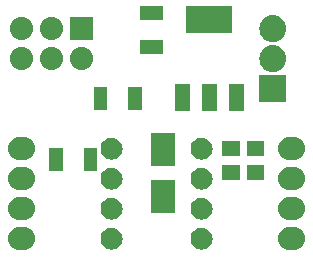
<source format=gbs>
G04 #@! TF.FileFunction,Soldermask,Bot*
%FSLAX46Y46*%
G04 Gerber Fmt 4.6, Leading zero omitted, Abs format (unit mm)*
G04 Created by KiCad (PCBNEW 4.0.1-stable) date 20.1.2016 23.10.08*
%MOMM*%
G01*
G04 APERTURE LIST*
%ADD10C,0.100000*%
G04 APERTURE END LIST*
D10*
G36*
X165269183Y-115849478D02*
X165269192Y-115849479D01*
X165271761Y-115849497D01*
X165463887Y-115871047D01*
X165648169Y-115929505D01*
X165817586Y-116022643D01*
X165965687Y-116146913D01*
X166086829Y-116297584D01*
X166176398Y-116468915D01*
X166230984Y-116654380D01*
X166230987Y-116654417D01*
X166230992Y-116654433D01*
X166248509Y-116846915D01*
X166228307Y-117039127D01*
X166228302Y-117039145D01*
X166228297Y-117039188D01*
X166171128Y-117223873D01*
X166079175Y-117393936D01*
X165955941Y-117542901D01*
X165806120Y-117665092D01*
X165635418Y-117755855D01*
X165450339Y-117811734D01*
X165257930Y-117830600D01*
X164941920Y-117830600D01*
X164930817Y-117830522D01*
X164930808Y-117830521D01*
X164928239Y-117830503D01*
X164736113Y-117808953D01*
X164551831Y-117750495D01*
X164382414Y-117657357D01*
X164234313Y-117533087D01*
X164113171Y-117382416D01*
X164023602Y-117211085D01*
X163969016Y-117025620D01*
X163969013Y-117025583D01*
X163969008Y-117025567D01*
X163951491Y-116833084D01*
X163971693Y-116640873D01*
X163971698Y-116640855D01*
X163971703Y-116640812D01*
X164028872Y-116456127D01*
X164120825Y-116286064D01*
X164244059Y-116137099D01*
X164393880Y-116014908D01*
X164564582Y-115924145D01*
X164749661Y-115868266D01*
X164942070Y-115849400D01*
X165258080Y-115849400D01*
X165269183Y-115849478D01*
X165269183Y-115849478D01*
G37*
G36*
X188129183Y-115849478D02*
X188129192Y-115849479D01*
X188131761Y-115849497D01*
X188323887Y-115871047D01*
X188508169Y-115929505D01*
X188677586Y-116022643D01*
X188825687Y-116146913D01*
X188946829Y-116297584D01*
X189036398Y-116468915D01*
X189090984Y-116654380D01*
X189090987Y-116654417D01*
X189090992Y-116654433D01*
X189108509Y-116846915D01*
X189088307Y-117039127D01*
X189088302Y-117039145D01*
X189088297Y-117039188D01*
X189031128Y-117223873D01*
X188939175Y-117393936D01*
X188815941Y-117542901D01*
X188666120Y-117665092D01*
X188495418Y-117755855D01*
X188310339Y-117811734D01*
X188117930Y-117830600D01*
X187801920Y-117830600D01*
X187790817Y-117830522D01*
X187790808Y-117830521D01*
X187788239Y-117830503D01*
X187596113Y-117808953D01*
X187411831Y-117750495D01*
X187242414Y-117657357D01*
X187094313Y-117533087D01*
X186973171Y-117382416D01*
X186883602Y-117211085D01*
X186829016Y-117025620D01*
X186829013Y-117025583D01*
X186829008Y-117025567D01*
X186811491Y-116833084D01*
X186831693Y-116640873D01*
X186831698Y-116640855D01*
X186831703Y-116640812D01*
X186888872Y-116456127D01*
X186980825Y-116286064D01*
X187104059Y-116137099D01*
X187253880Y-116014908D01*
X187424582Y-115924145D01*
X187609661Y-115868266D01*
X187802070Y-115849400D01*
X188118080Y-115849400D01*
X188129183Y-115849478D01*
X188129183Y-115849478D01*
G37*
G36*
X180354850Y-115913072D02*
X180354851Y-115913072D01*
X180357428Y-115913090D01*
X180537219Y-115933257D01*
X180709669Y-115987962D01*
X180868209Y-116075120D01*
X181006801Y-116191412D01*
X181120166Y-116332409D01*
X181203984Y-116492740D01*
X181255065Y-116666298D01*
X181255068Y-116666330D01*
X181255074Y-116666351D01*
X181271466Y-116846472D01*
X181252561Y-117026338D01*
X181252556Y-117026356D01*
X181252551Y-117026399D01*
X181199052Y-117199227D01*
X181113003Y-117358372D01*
X180997681Y-117497772D01*
X180857479Y-117612118D01*
X180697737Y-117697054D01*
X180524540Y-117749345D01*
X180344485Y-117767000D01*
X180335367Y-117767000D01*
X180325150Y-117766928D01*
X180325149Y-117766928D01*
X180322572Y-117766910D01*
X180142781Y-117746743D01*
X179970331Y-117692038D01*
X179811791Y-117604880D01*
X179673199Y-117488588D01*
X179559834Y-117347591D01*
X179476016Y-117187260D01*
X179424935Y-117013702D01*
X179424932Y-117013670D01*
X179424926Y-117013649D01*
X179408534Y-116833528D01*
X179427439Y-116653662D01*
X179427444Y-116653644D01*
X179427449Y-116653601D01*
X179480948Y-116480773D01*
X179566997Y-116321628D01*
X179682319Y-116182228D01*
X179822521Y-116067882D01*
X179982263Y-115982946D01*
X180155460Y-115930655D01*
X180335515Y-115913000D01*
X180344633Y-115913000D01*
X180354850Y-115913072D01*
X180354850Y-115913072D01*
G37*
G36*
X172734850Y-115913072D02*
X172734851Y-115913072D01*
X172737428Y-115913090D01*
X172917219Y-115933257D01*
X173089669Y-115987962D01*
X173248209Y-116075120D01*
X173386801Y-116191412D01*
X173500166Y-116332409D01*
X173583984Y-116492740D01*
X173635065Y-116666298D01*
X173635068Y-116666330D01*
X173635074Y-116666351D01*
X173651466Y-116846472D01*
X173632561Y-117026338D01*
X173632556Y-117026356D01*
X173632551Y-117026399D01*
X173579052Y-117199227D01*
X173493003Y-117358372D01*
X173377681Y-117497772D01*
X173237479Y-117612118D01*
X173077737Y-117697054D01*
X172904540Y-117749345D01*
X172724485Y-117767000D01*
X172715367Y-117767000D01*
X172705150Y-117766928D01*
X172705149Y-117766928D01*
X172702572Y-117766910D01*
X172522781Y-117746743D01*
X172350331Y-117692038D01*
X172191791Y-117604880D01*
X172053199Y-117488588D01*
X171939834Y-117347591D01*
X171856016Y-117187260D01*
X171804935Y-117013702D01*
X171804932Y-117013670D01*
X171804926Y-117013649D01*
X171788534Y-116833528D01*
X171807439Y-116653662D01*
X171807444Y-116653644D01*
X171807449Y-116653601D01*
X171860948Y-116480773D01*
X171946997Y-116321628D01*
X172062319Y-116182228D01*
X172202521Y-116067882D01*
X172362263Y-115982946D01*
X172535460Y-115930655D01*
X172715515Y-115913000D01*
X172724633Y-115913000D01*
X172734850Y-115913072D01*
X172734850Y-115913072D01*
G37*
G36*
X188129183Y-113309478D02*
X188129192Y-113309479D01*
X188131761Y-113309497D01*
X188323887Y-113331047D01*
X188508169Y-113389505D01*
X188677586Y-113482643D01*
X188825687Y-113606913D01*
X188946829Y-113757584D01*
X189036398Y-113928915D01*
X189090984Y-114114380D01*
X189090987Y-114114417D01*
X189090992Y-114114433D01*
X189108509Y-114306915D01*
X189088307Y-114499127D01*
X189088302Y-114499145D01*
X189088297Y-114499188D01*
X189031128Y-114683873D01*
X188939175Y-114853936D01*
X188815941Y-115002901D01*
X188666120Y-115125092D01*
X188495418Y-115215855D01*
X188310339Y-115271734D01*
X188117930Y-115290600D01*
X187801920Y-115290600D01*
X187790817Y-115290522D01*
X187790808Y-115290521D01*
X187788239Y-115290503D01*
X187596113Y-115268953D01*
X187411831Y-115210495D01*
X187242414Y-115117357D01*
X187094313Y-114993087D01*
X186973171Y-114842416D01*
X186883602Y-114671085D01*
X186829016Y-114485620D01*
X186829013Y-114485583D01*
X186829008Y-114485567D01*
X186811491Y-114293084D01*
X186831693Y-114100873D01*
X186831698Y-114100855D01*
X186831703Y-114100812D01*
X186888872Y-113916127D01*
X186980825Y-113746064D01*
X187104059Y-113597099D01*
X187253880Y-113474908D01*
X187424582Y-113384145D01*
X187609661Y-113328266D01*
X187802070Y-113309400D01*
X188118080Y-113309400D01*
X188129183Y-113309478D01*
X188129183Y-113309478D01*
G37*
G36*
X165269183Y-113309478D02*
X165269192Y-113309479D01*
X165271761Y-113309497D01*
X165463887Y-113331047D01*
X165648169Y-113389505D01*
X165817586Y-113482643D01*
X165965687Y-113606913D01*
X166086829Y-113757584D01*
X166176398Y-113928915D01*
X166230984Y-114114380D01*
X166230987Y-114114417D01*
X166230992Y-114114433D01*
X166248509Y-114306915D01*
X166228307Y-114499127D01*
X166228302Y-114499145D01*
X166228297Y-114499188D01*
X166171128Y-114683873D01*
X166079175Y-114853936D01*
X165955941Y-115002901D01*
X165806120Y-115125092D01*
X165635418Y-115215855D01*
X165450339Y-115271734D01*
X165257930Y-115290600D01*
X164941920Y-115290600D01*
X164930817Y-115290522D01*
X164930808Y-115290521D01*
X164928239Y-115290503D01*
X164736113Y-115268953D01*
X164551831Y-115210495D01*
X164382414Y-115117357D01*
X164234313Y-114993087D01*
X164113171Y-114842416D01*
X164023602Y-114671085D01*
X163969016Y-114485620D01*
X163969013Y-114485583D01*
X163969008Y-114485567D01*
X163951491Y-114293084D01*
X163971693Y-114100873D01*
X163971698Y-114100855D01*
X163971703Y-114100812D01*
X164028872Y-113916127D01*
X164120825Y-113746064D01*
X164244059Y-113597099D01*
X164393880Y-113474908D01*
X164564582Y-113384145D01*
X164749661Y-113328266D01*
X164942070Y-113309400D01*
X165258080Y-113309400D01*
X165269183Y-113309478D01*
X165269183Y-113309478D01*
G37*
G36*
X180354850Y-113373072D02*
X180354851Y-113373072D01*
X180357428Y-113373090D01*
X180537219Y-113393257D01*
X180709669Y-113447962D01*
X180868209Y-113535120D01*
X181006801Y-113651412D01*
X181120166Y-113792409D01*
X181203984Y-113952740D01*
X181255065Y-114126298D01*
X181255068Y-114126330D01*
X181255074Y-114126351D01*
X181271466Y-114306472D01*
X181252561Y-114486338D01*
X181252556Y-114486356D01*
X181252551Y-114486399D01*
X181199052Y-114659227D01*
X181113003Y-114818372D01*
X180997681Y-114957772D01*
X180857479Y-115072118D01*
X180697737Y-115157054D01*
X180524540Y-115209345D01*
X180344485Y-115227000D01*
X180335367Y-115227000D01*
X180325150Y-115226928D01*
X180325149Y-115226928D01*
X180322572Y-115226910D01*
X180142781Y-115206743D01*
X179970331Y-115152038D01*
X179811791Y-115064880D01*
X179673199Y-114948588D01*
X179559834Y-114807591D01*
X179476016Y-114647260D01*
X179424935Y-114473702D01*
X179424932Y-114473670D01*
X179424926Y-114473649D01*
X179408534Y-114293528D01*
X179427439Y-114113662D01*
X179427444Y-114113644D01*
X179427449Y-114113601D01*
X179480948Y-113940773D01*
X179566997Y-113781628D01*
X179682319Y-113642228D01*
X179822521Y-113527882D01*
X179982263Y-113442946D01*
X180155460Y-113390655D01*
X180335515Y-113373000D01*
X180344633Y-113373000D01*
X180354850Y-113373072D01*
X180354850Y-113373072D01*
G37*
G36*
X172734850Y-113373072D02*
X172734851Y-113373072D01*
X172737428Y-113373090D01*
X172917219Y-113393257D01*
X173089669Y-113447962D01*
X173248209Y-113535120D01*
X173386801Y-113651412D01*
X173500166Y-113792409D01*
X173583984Y-113952740D01*
X173635065Y-114126298D01*
X173635068Y-114126330D01*
X173635074Y-114126351D01*
X173651466Y-114306472D01*
X173632561Y-114486338D01*
X173632556Y-114486356D01*
X173632551Y-114486399D01*
X173579052Y-114659227D01*
X173493003Y-114818372D01*
X173377681Y-114957772D01*
X173237479Y-115072118D01*
X173077737Y-115157054D01*
X172904540Y-115209345D01*
X172724485Y-115227000D01*
X172715367Y-115227000D01*
X172705150Y-115226928D01*
X172705149Y-115226928D01*
X172702572Y-115226910D01*
X172522781Y-115206743D01*
X172350331Y-115152038D01*
X172191791Y-115064880D01*
X172053199Y-114948588D01*
X171939834Y-114807591D01*
X171856016Y-114647260D01*
X171804935Y-114473702D01*
X171804932Y-114473670D01*
X171804926Y-114473649D01*
X171788534Y-114293528D01*
X171807439Y-114113662D01*
X171807444Y-114113644D01*
X171807449Y-114113601D01*
X171860948Y-113940773D01*
X171946997Y-113781628D01*
X172062319Y-113642228D01*
X172202521Y-113527882D01*
X172362263Y-113442946D01*
X172535460Y-113390655D01*
X172715515Y-113373000D01*
X172724633Y-113373000D01*
X172734850Y-113373072D01*
X172734850Y-113373072D01*
G37*
G36*
X178078130Y-114665760D02*
X176023270Y-114665760D01*
X176023270Y-111912400D01*
X178078130Y-111912400D01*
X178078130Y-114665760D01*
X178078130Y-114665760D01*
G37*
G36*
X188129183Y-110769478D02*
X188129192Y-110769479D01*
X188131761Y-110769497D01*
X188323887Y-110791047D01*
X188508169Y-110849505D01*
X188677586Y-110942643D01*
X188825687Y-111066913D01*
X188946829Y-111217584D01*
X189036398Y-111388915D01*
X189090984Y-111574380D01*
X189090987Y-111574417D01*
X189090992Y-111574433D01*
X189108509Y-111766915D01*
X189088307Y-111959127D01*
X189088302Y-111959145D01*
X189088297Y-111959188D01*
X189031128Y-112143873D01*
X188939175Y-112313936D01*
X188815941Y-112462901D01*
X188666120Y-112585092D01*
X188495418Y-112675855D01*
X188310339Y-112731734D01*
X188117930Y-112750600D01*
X187801920Y-112750600D01*
X187790817Y-112750522D01*
X187790808Y-112750521D01*
X187788239Y-112750503D01*
X187596113Y-112728953D01*
X187411831Y-112670495D01*
X187242414Y-112577357D01*
X187094313Y-112453087D01*
X186973171Y-112302416D01*
X186883602Y-112131085D01*
X186829016Y-111945620D01*
X186829013Y-111945583D01*
X186829008Y-111945567D01*
X186811491Y-111753084D01*
X186831693Y-111560873D01*
X186831698Y-111560855D01*
X186831703Y-111560812D01*
X186888872Y-111376127D01*
X186980825Y-111206064D01*
X187104059Y-111057099D01*
X187253880Y-110934908D01*
X187424582Y-110844145D01*
X187609661Y-110788266D01*
X187802070Y-110769400D01*
X188118080Y-110769400D01*
X188129183Y-110769478D01*
X188129183Y-110769478D01*
G37*
G36*
X165269183Y-110769478D02*
X165269192Y-110769479D01*
X165271761Y-110769497D01*
X165463887Y-110791047D01*
X165648169Y-110849505D01*
X165817586Y-110942643D01*
X165965687Y-111066913D01*
X166086829Y-111217584D01*
X166176398Y-111388915D01*
X166230984Y-111574380D01*
X166230987Y-111574417D01*
X166230992Y-111574433D01*
X166248509Y-111766915D01*
X166228307Y-111959127D01*
X166228302Y-111959145D01*
X166228297Y-111959188D01*
X166171128Y-112143873D01*
X166079175Y-112313936D01*
X165955941Y-112462901D01*
X165806120Y-112585092D01*
X165635418Y-112675855D01*
X165450339Y-112731734D01*
X165257930Y-112750600D01*
X164941920Y-112750600D01*
X164930817Y-112750522D01*
X164930808Y-112750521D01*
X164928239Y-112750503D01*
X164736113Y-112728953D01*
X164551831Y-112670495D01*
X164382414Y-112577357D01*
X164234313Y-112453087D01*
X164113171Y-112302416D01*
X164023602Y-112131085D01*
X163969016Y-111945620D01*
X163969013Y-111945583D01*
X163969008Y-111945567D01*
X163951491Y-111753084D01*
X163971693Y-111560873D01*
X163971698Y-111560855D01*
X163971703Y-111560812D01*
X164028872Y-111376127D01*
X164120825Y-111206064D01*
X164244059Y-111057099D01*
X164393880Y-110934908D01*
X164564582Y-110844145D01*
X164749661Y-110788266D01*
X164942070Y-110769400D01*
X165258080Y-110769400D01*
X165269183Y-110769478D01*
X165269183Y-110769478D01*
G37*
G36*
X180354850Y-110833072D02*
X180354851Y-110833072D01*
X180357428Y-110833090D01*
X180537219Y-110853257D01*
X180709669Y-110907962D01*
X180868209Y-110995120D01*
X181006801Y-111111412D01*
X181120166Y-111252409D01*
X181203984Y-111412740D01*
X181255065Y-111586298D01*
X181255068Y-111586330D01*
X181255074Y-111586351D01*
X181271466Y-111766472D01*
X181252561Y-111946338D01*
X181252556Y-111946356D01*
X181252551Y-111946399D01*
X181199052Y-112119227D01*
X181113003Y-112278372D01*
X180997681Y-112417772D01*
X180857479Y-112532118D01*
X180697737Y-112617054D01*
X180524540Y-112669345D01*
X180344485Y-112687000D01*
X180335367Y-112687000D01*
X180325150Y-112686928D01*
X180325149Y-112686928D01*
X180322572Y-112686910D01*
X180142781Y-112666743D01*
X179970331Y-112612038D01*
X179811791Y-112524880D01*
X179673199Y-112408588D01*
X179559834Y-112267591D01*
X179476016Y-112107260D01*
X179424935Y-111933702D01*
X179424932Y-111933670D01*
X179424926Y-111933649D01*
X179408534Y-111753528D01*
X179427439Y-111573662D01*
X179427444Y-111573644D01*
X179427449Y-111573601D01*
X179480948Y-111400773D01*
X179566997Y-111241628D01*
X179682319Y-111102228D01*
X179822521Y-110987882D01*
X179982263Y-110902946D01*
X180155460Y-110850655D01*
X180335515Y-110833000D01*
X180344633Y-110833000D01*
X180354850Y-110833072D01*
X180354850Y-110833072D01*
G37*
G36*
X172734850Y-110833072D02*
X172734851Y-110833072D01*
X172737428Y-110833090D01*
X172917219Y-110853257D01*
X173089669Y-110907962D01*
X173248209Y-110995120D01*
X173386801Y-111111412D01*
X173500166Y-111252409D01*
X173583984Y-111412740D01*
X173635065Y-111586298D01*
X173635068Y-111586330D01*
X173635074Y-111586351D01*
X173651466Y-111766472D01*
X173632561Y-111946338D01*
X173632556Y-111946356D01*
X173632551Y-111946399D01*
X173579052Y-112119227D01*
X173493003Y-112278372D01*
X173377681Y-112417772D01*
X173237479Y-112532118D01*
X173077737Y-112617054D01*
X172904540Y-112669345D01*
X172724485Y-112687000D01*
X172715367Y-112687000D01*
X172705150Y-112686928D01*
X172705149Y-112686928D01*
X172702572Y-112686910D01*
X172522781Y-112666743D01*
X172350331Y-112612038D01*
X172191791Y-112524880D01*
X172053199Y-112408588D01*
X171939834Y-112267591D01*
X171856016Y-112107260D01*
X171804935Y-111933702D01*
X171804932Y-111933670D01*
X171804926Y-111933649D01*
X171788534Y-111753528D01*
X171807439Y-111573662D01*
X171807444Y-111573644D01*
X171807449Y-111573601D01*
X171860948Y-111400773D01*
X171946997Y-111241628D01*
X172062319Y-111102228D01*
X172202521Y-110987882D01*
X172362263Y-110902946D01*
X172535460Y-110850655D01*
X172715515Y-110833000D01*
X172724633Y-110833000D01*
X172734850Y-110833072D01*
X172734850Y-110833072D01*
G37*
G36*
X183552000Y-111847000D02*
X182048000Y-111847000D01*
X182048000Y-110593000D01*
X183552000Y-110593000D01*
X183552000Y-111847000D01*
X183552000Y-111847000D01*
G37*
G36*
X185652000Y-111847000D02*
X184148000Y-111847000D01*
X184148000Y-110593000D01*
X185652000Y-110593000D01*
X185652000Y-111847000D01*
X185652000Y-111847000D01*
G37*
G36*
X168608500Y-111086000D02*
X167454500Y-111086000D01*
X167454500Y-109132000D01*
X168608500Y-109132000D01*
X168608500Y-111086000D01*
X168608500Y-111086000D01*
G37*
G36*
X171508500Y-111086000D02*
X170354500Y-111086000D01*
X170354500Y-109132000D01*
X171508500Y-109132000D01*
X171508500Y-111086000D01*
X171508500Y-111086000D01*
G37*
G36*
X178078130Y-110667800D02*
X176023270Y-110667800D01*
X176023270Y-107914440D01*
X178078130Y-107914440D01*
X178078130Y-110667800D01*
X178078130Y-110667800D01*
G37*
G36*
X188129183Y-108229478D02*
X188129192Y-108229479D01*
X188131761Y-108229497D01*
X188323887Y-108251047D01*
X188508169Y-108309505D01*
X188677586Y-108402643D01*
X188825687Y-108526913D01*
X188946829Y-108677584D01*
X189036398Y-108848915D01*
X189090984Y-109034380D01*
X189090987Y-109034417D01*
X189090992Y-109034433D01*
X189108509Y-109226915D01*
X189088307Y-109419127D01*
X189088302Y-109419145D01*
X189088297Y-109419188D01*
X189031128Y-109603873D01*
X188939175Y-109773936D01*
X188815941Y-109922901D01*
X188666120Y-110045092D01*
X188495418Y-110135855D01*
X188310339Y-110191734D01*
X188117930Y-110210600D01*
X187801920Y-110210600D01*
X187790817Y-110210522D01*
X187790808Y-110210521D01*
X187788239Y-110210503D01*
X187596113Y-110188953D01*
X187411831Y-110130495D01*
X187242414Y-110037357D01*
X187094313Y-109913087D01*
X186973171Y-109762416D01*
X186883602Y-109591085D01*
X186829016Y-109405620D01*
X186829013Y-109405583D01*
X186829008Y-109405567D01*
X186811491Y-109213084D01*
X186831693Y-109020873D01*
X186831698Y-109020855D01*
X186831703Y-109020812D01*
X186888872Y-108836127D01*
X186980825Y-108666064D01*
X187104059Y-108517099D01*
X187253880Y-108394908D01*
X187424582Y-108304145D01*
X187609661Y-108248266D01*
X187802070Y-108229400D01*
X188118080Y-108229400D01*
X188129183Y-108229478D01*
X188129183Y-108229478D01*
G37*
G36*
X165269183Y-108229478D02*
X165269192Y-108229479D01*
X165271761Y-108229497D01*
X165463887Y-108251047D01*
X165648169Y-108309505D01*
X165817586Y-108402643D01*
X165965687Y-108526913D01*
X166086829Y-108677584D01*
X166176398Y-108848915D01*
X166230984Y-109034380D01*
X166230987Y-109034417D01*
X166230992Y-109034433D01*
X166248509Y-109226915D01*
X166228307Y-109419127D01*
X166228302Y-109419145D01*
X166228297Y-109419188D01*
X166171128Y-109603873D01*
X166079175Y-109773936D01*
X165955941Y-109922901D01*
X165806120Y-110045092D01*
X165635418Y-110135855D01*
X165450339Y-110191734D01*
X165257930Y-110210600D01*
X164941920Y-110210600D01*
X164930817Y-110210522D01*
X164930808Y-110210521D01*
X164928239Y-110210503D01*
X164736113Y-110188953D01*
X164551831Y-110130495D01*
X164382414Y-110037357D01*
X164234313Y-109913087D01*
X164113171Y-109762416D01*
X164023602Y-109591085D01*
X163969016Y-109405620D01*
X163969013Y-109405583D01*
X163969008Y-109405567D01*
X163951491Y-109213084D01*
X163971693Y-109020873D01*
X163971698Y-109020855D01*
X163971703Y-109020812D01*
X164028872Y-108836127D01*
X164120825Y-108666064D01*
X164244059Y-108517099D01*
X164393880Y-108394908D01*
X164564582Y-108304145D01*
X164749661Y-108248266D01*
X164942070Y-108229400D01*
X165258080Y-108229400D01*
X165269183Y-108229478D01*
X165269183Y-108229478D01*
G37*
G36*
X172734850Y-108293072D02*
X172734851Y-108293072D01*
X172737428Y-108293090D01*
X172917219Y-108313257D01*
X173089669Y-108367962D01*
X173248209Y-108455120D01*
X173386801Y-108571412D01*
X173500166Y-108712409D01*
X173583984Y-108872740D01*
X173635065Y-109046298D01*
X173635068Y-109046330D01*
X173635074Y-109046351D01*
X173651466Y-109226472D01*
X173632561Y-109406338D01*
X173632556Y-109406356D01*
X173632551Y-109406399D01*
X173579052Y-109579227D01*
X173493003Y-109738372D01*
X173377681Y-109877772D01*
X173237479Y-109992118D01*
X173077737Y-110077054D01*
X172904540Y-110129345D01*
X172724485Y-110147000D01*
X172715367Y-110147000D01*
X172705150Y-110146928D01*
X172705149Y-110146928D01*
X172702572Y-110146910D01*
X172522781Y-110126743D01*
X172350331Y-110072038D01*
X172191791Y-109984880D01*
X172053199Y-109868588D01*
X171939834Y-109727591D01*
X171856016Y-109567260D01*
X171804935Y-109393702D01*
X171804932Y-109393670D01*
X171804926Y-109393649D01*
X171788534Y-109213528D01*
X171807439Y-109033662D01*
X171807444Y-109033644D01*
X171807449Y-109033601D01*
X171860948Y-108860773D01*
X171946997Y-108701628D01*
X172062319Y-108562228D01*
X172202521Y-108447882D01*
X172362263Y-108362946D01*
X172535460Y-108310655D01*
X172715515Y-108293000D01*
X172724633Y-108293000D01*
X172734850Y-108293072D01*
X172734850Y-108293072D01*
G37*
G36*
X180354850Y-108293072D02*
X180354851Y-108293072D01*
X180357428Y-108293090D01*
X180537219Y-108313257D01*
X180709669Y-108367962D01*
X180868209Y-108455120D01*
X181006801Y-108571412D01*
X181120166Y-108712409D01*
X181203984Y-108872740D01*
X181255065Y-109046298D01*
X181255068Y-109046330D01*
X181255074Y-109046351D01*
X181271466Y-109226472D01*
X181252561Y-109406338D01*
X181252556Y-109406356D01*
X181252551Y-109406399D01*
X181199052Y-109579227D01*
X181113003Y-109738372D01*
X180997681Y-109877772D01*
X180857479Y-109992118D01*
X180697737Y-110077054D01*
X180524540Y-110129345D01*
X180344485Y-110147000D01*
X180335367Y-110147000D01*
X180325150Y-110146928D01*
X180325149Y-110146928D01*
X180322572Y-110146910D01*
X180142781Y-110126743D01*
X179970331Y-110072038D01*
X179811791Y-109984880D01*
X179673199Y-109868588D01*
X179559834Y-109727591D01*
X179476016Y-109567260D01*
X179424935Y-109393702D01*
X179424932Y-109393670D01*
X179424926Y-109393649D01*
X179408534Y-109213528D01*
X179427439Y-109033662D01*
X179427444Y-109033644D01*
X179427449Y-109033601D01*
X179480948Y-108860773D01*
X179566997Y-108701628D01*
X179682319Y-108562228D01*
X179822521Y-108447882D01*
X179982263Y-108362946D01*
X180155460Y-108310655D01*
X180335515Y-108293000D01*
X180344633Y-108293000D01*
X180354850Y-108293072D01*
X180354850Y-108293072D01*
G37*
G36*
X185652000Y-109847000D02*
X184148000Y-109847000D01*
X184148000Y-108593000D01*
X185652000Y-108593000D01*
X185652000Y-109847000D01*
X185652000Y-109847000D01*
G37*
G36*
X183552000Y-109847000D02*
X182048000Y-109847000D01*
X182048000Y-108593000D01*
X183552000Y-108593000D01*
X183552000Y-109847000D01*
X183552000Y-109847000D01*
G37*
G36*
X183896000Y-106045000D02*
X182626000Y-106045000D01*
X182626000Y-103759000D01*
X183896000Y-103759000D01*
X183896000Y-106045000D01*
X183896000Y-106045000D01*
G37*
G36*
X179324000Y-106045000D02*
X178054000Y-106045000D01*
X178054000Y-103759000D01*
X179324000Y-103759000D01*
X179324000Y-106045000D01*
X179324000Y-106045000D01*
G37*
G36*
X181610000Y-106045000D02*
X180340000Y-106045000D01*
X180340000Y-103759000D01*
X181610000Y-103759000D01*
X181610000Y-106045000D01*
X181610000Y-106045000D01*
G37*
G36*
X175255000Y-105980600D02*
X174101000Y-105980600D01*
X174101000Y-104026600D01*
X175255000Y-104026600D01*
X175255000Y-105980600D01*
X175255000Y-105980600D01*
G37*
G36*
X172355000Y-105980600D02*
X171201000Y-105980600D01*
X171201000Y-104026600D01*
X172355000Y-104026600D01*
X172355000Y-105980600D01*
X172355000Y-105980600D01*
G37*
G36*
X187481490Y-105266490D02*
X185228510Y-105266490D01*
X185228510Y-103013510D01*
X187481490Y-103013510D01*
X187481490Y-105266490D01*
X187481490Y-105266490D01*
G37*
G36*
X186581450Y-100491058D02*
X186581462Y-100491062D01*
X186581512Y-100491067D01*
X186791532Y-100556079D01*
X186984925Y-100660646D01*
X187154324Y-100800786D01*
X187293277Y-100971159D01*
X187396492Y-101165277D01*
X187460036Y-101375746D01*
X187481490Y-101594549D01*
X187481490Y-101605601D01*
X187481399Y-101618600D01*
X187481398Y-101618609D01*
X187481380Y-101621179D01*
X187456873Y-101839661D01*
X187390397Y-102049223D01*
X187284482Y-102241881D01*
X187143164Y-102410297D01*
X186971824Y-102548058D01*
X186776991Y-102649914D01*
X186566083Y-102711988D01*
X186566041Y-102711992D01*
X186566030Y-102711995D01*
X186347135Y-102731916D01*
X186128550Y-102708942D01*
X186128538Y-102708938D01*
X186128488Y-102708933D01*
X185918468Y-102643921D01*
X185725075Y-102539354D01*
X185555676Y-102399214D01*
X185416723Y-102228841D01*
X185313508Y-102034723D01*
X185249964Y-101824254D01*
X185228510Y-101605451D01*
X185228510Y-101594399D01*
X185228601Y-101581400D01*
X185228602Y-101581391D01*
X185228620Y-101578821D01*
X185253127Y-101360339D01*
X185319603Y-101150777D01*
X185425518Y-100958119D01*
X185566836Y-100789703D01*
X185738176Y-100651942D01*
X185933009Y-100550086D01*
X186143917Y-100488012D01*
X186143959Y-100488008D01*
X186143970Y-100488005D01*
X186362865Y-100468084D01*
X186581450Y-100491058D01*
X186581450Y-100491058D01*
G37*
G36*
X165299127Y-100624831D02*
X165299140Y-100624835D01*
X165299188Y-100624840D01*
X165483873Y-100682009D01*
X165653936Y-100773962D01*
X165802901Y-100897196D01*
X165925092Y-101047017D01*
X166015855Y-101217719D01*
X166071734Y-101402798D01*
X166090600Y-101595207D01*
X166090600Y-101604942D01*
X166090522Y-101616045D01*
X166090521Y-101616054D01*
X166090503Y-101618624D01*
X166068953Y-101810750D01*
X166010495Y-101995032D01*
X165917357Y-102164449D01*
X165793087Y-102312550D01*
X165642416Y-102433692D01*
X165471085Y-102523261D01*
X165285620Y-102577847D01*
X165285578Y-102577851D01*
X165285567Y-102577854D01*
X165093084Y-102595371D01*
X164900873Y-102575169D01*
X164900860Y-102575165D01*
X164900812Y-102575160D01*
X164716127Y-102517991D01*
X164546064Y-102426038D01*
X164397099Y-102302804D01*
X164274908Y-102152983D01*
X164184145Y-101982281D01*
X164128266Y-101797202D01*
X164109400Y-101604793D01*
X164109400Y-101595058D01*
X164109478Y-101583955D01*
X164109479Y-101583946D01*
X164109497Y-101581376D01*
X164131047Y-101389250D01*
X164189505Y-101204968D01*
X164282643Y-101035551D01*
X164406913Y-100887450D01*
X164557584Y-100766308D01*
X164728915Y-100676739D01*
X164914380Y-100622153D01*
X164914422Y-100622149D01*
X164914433Y-100622146D01*
X165106916Y-100604629D01*
X165299127Y-100624831D01*
X165299127Y-100624831D01*
G37*
G36*
X170379127Y-100624831D02*
X170379140Y-100624835D01*
X170379188Y-100624840D01*
X170563873Y-100682009D01*
X170733936Y-100773962D01*
X170882901Y-100897196D01*
X171005092Y-101047017D01*
X171095855Y-101217719D01*
X171151734Y-101402798D01*
X171170600Y-101595207D01*
X171170600Y-101604942D01*
X171170522Y-101616045D01*
X171170521Y-101616054D01*
X171170503Y-101618624D01*
X171148953Y-101810750D01*
X171090495Y-101995032D01*
X170997357Y-102164449D01*
X170873087Y-102312550D01*
X170722416Y-102433692D01*
X170551085Y-102523261D01*
X170365620Y-102577847D01*
X170365578Y-102577851D01*
X170365567Y-102577854D01*
X170173084Y-102595371D01*
X169980873Y-102575169D01*
X169980860Y-102575165D01*
X169980812Y-102575160D01*
X169796127Y-102517991D01*
X169626064Y-102426038D01*
X169477099Y-102302804D01*
X169354908Y-102152983D01*
X169264145Y-101982281D01*
X169208266Y-101797202D01*
X169189400Y-101604793D01*
X169189400Y-101595058D01*
X169189478Y-101583955D01*
X169189479Y-101583946D01*
X169189497Y-101581376D01*
X169211047Y-101389250D01*
X169269505Y-101204968D01*
X169362643Y-101035551D01*
X169486913Y-100887450D01*
X169637584Y-100766308D01*
X169808915Y-100676739D01*
X169994380Y-100622153D01*
X169994422Y-100622149D01*
X169994433Y-100622146D01*
X170186916Y-100604629D01*
X170379127Y-100624831D01*
X170379127Y-100624831D01*
G37*
G36*
X167839127Y-100624831D02*
X167839140Y-100624835D01*
X167839188Y-100624840D01*
X168023873Y-100682009D01*
X168193936Y-100773962D01*
X168342901Y-100897196D01*
X168465092Y-101047017D01*
X168555855Y-101217719D01*
X168611734Y-101402798D01*
X168630600Y-101595207D01*
X168630600Y-101604942D01*
X168630522Y-101616045D01*
X168630521Y-101616054D01*
X168630503Y-101618624D01*
X168608953Y-101810750D01*
X168550495Y-101995032D01*
X168457357Y-102164449D01*
X168333087Y-102312550D01*
X168182416Y-102433692D01*
X168011085Y-102523261D01*
X167825620Y-102577847D01*
X167825578Y-102577851D01*
X167825567Y-102577854D01*
X167633084Y-102595371D01*
X167440873Y-102575169D01*
X167440860Y-102575165D01*
X167440812Y-102575160D01*
X167256127Y-102517991D01*
X167086064Y-102426038D01*
X166937099Y-102302804D01*
X166814908Y-102152983D01*
X166724145Y-101982281D01*
X166668266Y-101797202D01*
X166649400Y-101604793D01*
X166649400Y-101595058D01*
X166649478Y-101583955D01*
X166649479Y-101583946D01*
X166649497Y-101581376D01*
X166671047Y-101389250D01*
X166729505Y-101204968D01*
X166822643Y-101035551D01*
X166946913Y-100887450D01*
X167097584Y-100766308D01*
X167268915Y-100676739D01*
X167454380Y-100622153D01*
X167454422Y-100622149D01*
X167454433Y-100622146D01*
X167646916Y-100604629D01*
X167839127Y-100624831D01*
X167839127Y-100624831D01*
G37*
G36*
X177062500Y-101214000D02*
X175108500Y-101214000D01*
X175108500Y-100060000D01*
X177062500Y-100060000D01*
X177062500Y-101214000D01*
X177062500Y-101214000D01*
G37*
G36*
X186581450Y-97951058D02*
X186581462Y-97951062D01*
X186581512Y-97951067D01*
X186791532Y-98016079D01*
X186984925Y-98120646D01*
X187154324Y-98260786D01*
X187293277Y-98431159D01*
X187396492Y-98625277D01*
X187460036Y-98835746D01*
X187481490Y-99054549D01*
X187481490Y-99065601D01*
X187481399Y-99078600D01*
X187481398Y-99078609D01*
X187481380Y-99081179D01*
X187456873Y-99299661D01*
X187390397Y-99509223D01*
X187284482Y-99701881D01*
X187143164Y-99870297D01*
X186971824Y-100008058D01*
X186776991Y-100109914D01*
X186566083Y-100171988D01*
X186566041Y-100171992D01*
X186566030Y-100171995D01*
X186347135Y-100191916D01*
X186128550Y-100168942D01*
X186128538Y-100168938D01*
X186128488Y-100168933D01*
X185918468Y-100103921D01*
X185725075Y-99999354D01*
X185555676Y-99859214D01*
X185416723Y-99688841D01*
X185313508Y-99494723D01*
X185249964Y-99284254D01*
X185228510Y-99065451D01*
X185228510Y-99054399D01*
X185228601Y-99041400D01*
X185228602Y-99041391D01*
X185228620Y-99038821D01*
X185253127Y-98820339D01*
X185319603Y-98610777D01*
X185425518Y-98418119D01*
X185566836Y-98249703D01*
X185738176Y-98111942D01*
X185933009Y-98010086D01*
X186143917Y-97948012D01*
X186143959Y-97948008D01*
X186143970Y-97948005D01*
X186362865Y-97928084D01*
X186581450Y-97951058D01*
X186581450Y-97951058D01*
G37*
G36*
X165299127Y-98084831D02*
X165299140Y-98084835D01*
X165299188Y-98084840D01*
X165483873Y-98142009D01*
X165653936Y-98233962D01*
X165802901Y-98357196D01*
X165925092Y-98507017D01*
X166015855Y-98677719D01*
X166071734Y-98862798D01*
X166090600Y-99055207D01*
X166090600Y-99064942D01*
X166090522Y-99076045D01*
X166090521Y-99076054D01*
X166090503Y-99078624D01*
X166068953Y-99270750D01*
X166010495Y-99455032D01*
X165917357Y-99624449D01*
X165793087Y-99772550D01*
X165642416Y-99893692D01*
X165471085Y-99983261D01*
X165285620Y-100037847D01*
X165285578Y-100037851D01*
X165285567Y-100037854D01*
X165093084Y-100055371D01*
X164900873Y-100035169D01*
X164900860Y-100035165D01*
X164900812Y-100035160D01*
X164716127Y-99977991D01*
X164546064Y-99886038D01*
X164397099Y-99762804D01*
X164274908Y-99612983D01*
X164184145Y-99442281D01*
X164128266Y-99257202D01*
X164109400Y-99064793D01*
X164109400Y-99055058D01*
X164109478Y-99043955D01*
X164109479Y-99043946D01*
X164109497Y-99041376D01*
X164131047Y-98849250D01*
X164189505Y-98664968D01*
X164282643Y-98495551D01*
X164406913Y-98347450D01*
X164557584Y-98226308D01*
X164728915Y-98136739D01*
X164914380Y-98082153D01*
X164914422Y-98082149D01*
X164914433Y-98082146D01*
X165106916Y-98064629D01*
X165299127Y-98084831D01*
X165299127Y-98084831D01*
G37*
G36*
X167839127Y-98084831D02*
X167839140Y-98084835D01*
X167839188Y-98084840D01*
X168023873Y-98142009D01*
X168193936Y-98233962D01*
X168342901Y-98357196D01*
X168465092Y-98507017D01*
X168555855Y-98677719D01*
X168611734Y-98862798D01*
X168630600Y-99055207D01*
X168630600Y-99064942D01*
X168630522Y-99076045D01*
X168630521Y-99076054D01*
X168630503Y-99078624D01*
X168608953Y-99270750D01*
X168550495Y-99455032D01*
X168457357Y-99624449D01*
X168333087Y-99772550D01*
X168182416Y-99893692D01*
X168011085Y-99983261D01*
X167825620Y-100037847D01*
X167825578Y-100037851D01*
X167825567Y-100037854D01*
X167633084Y-100055371D01*
X167440873Y-100035169D01*
X167440860Y-100035165D01*
X167440812Y-100035160D01*
X167256127Y-99977991D01*
X167086064Y-99886038D01*
X166937099Y-99762804D01*
X166814908Y-99612983D01*
X166724145Y-99442281D01*
X166668266Y-99257202D01*
X166649400Y-99064793D01*
X166649400Y-99055058D01*
X166649478Y-99043955D01*
X166649479Y-99043946D01*
X166649497Y-99041376D01*
X166671047Y-98849250D01*
X166729505Y-98664968D01*
X166822643Y-98495551D01*
X166946913Y-98347450D01*
X167097584Y-98226308D01*
X167268915Y-98136739D01*
X167454380Y-98082153D01*
X167454422Y-98082149D01*
X167454433Y-98082146D01*
X167646916Y-98064629D01*
X167839127Y-98084831D01*
X167839127Y-98084831D01*
G37*
G36*
X171170600Y-100050600D02*
X169189400Y-100050600D01*
X169189400Y-98069400D01*
X171170600Y-98069400D01*
X171170600Y-100050600D01*
X171170600Y-100050600D01*
G37*
G36*
X182930800Y-99441000D02*
X179019200Y-99441000D01*
X179019200Y-97155000D01*
X182930800Y-97155000D01*
X182930800Y-99441000D01*
X182930800Y-99441000D01*
G37*
G36*
X177062500Y-98314000D02*
X175108500Y-98314000D01*
X175108500Y-97160000D01*
X177062500Y-97160000D01*
X177062500Y-98314000D01*
X177062500Y-98314000D01*
G37*
M02*

</source>
